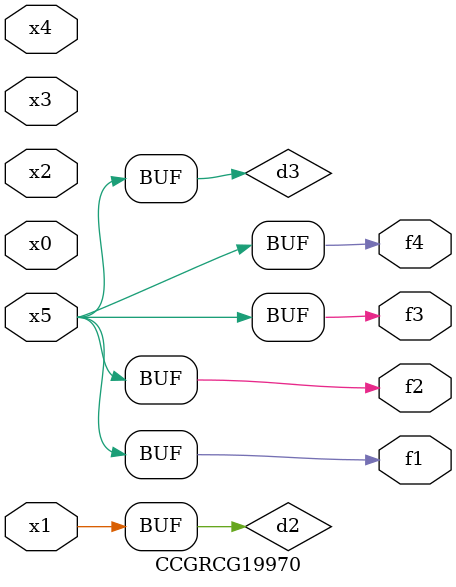
<source format=v>
module CCGRCG19970(
	input x0, x1, x2, x3, x4, x5,
	output f1, f2, f3, f4
);

	wire d1, d2, d3;

	not (d1, x5);
	or (d2, x1);
	xnor (d3, d1);
	assign f1 = d3;
	assign f2 = d3;
	assign f3 = d3;
	assign f4 = d3;
endmodule

</source>
